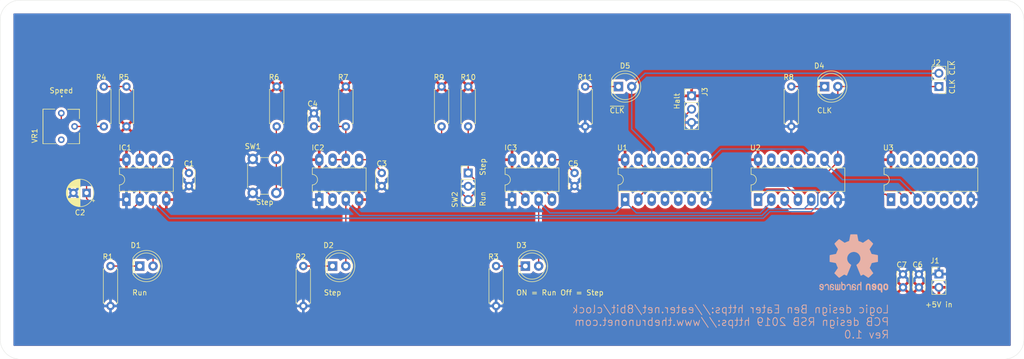
<source format=kicad_pcb>
(kicad_pcb (version 20171130) (host pcbnew "(5.1.4)-1")
  (layers (0 F.Cu signal) (31 B.Cu signal) (34 B.Paste user) (35 F.Paste user) (36 B.SilkS user) (37 F.SilkS user) (38 B.Mask user) (39 F.Mask user) (44 Edge.Cuts user))
  (net 0 "")
  (net 1 "Net-(C1-Pad1)")
  (net 2 GND)
  (net 3 "Net-(C2-Pad1)")
  (net 4 "Net-(C3-Pad1)")
  (net 5 "Net-(C4-Pad1)")
  (net 6 "Net-(C5-Pad1)")
  (net 7 +5V)
  (net 8 U1-Q)
  (net 9 "Net-(D1-Pad1)")
  (net 10 "Net-(D2-Pad1)")
  (net 11 U2-Q)
  (net 12 U3-Q)
  (net 13 "Net-(D3-Pad1)")
  (net 14 "Net-(D4-Pad1)")
  (net 15 CLK)
  (net 16 "Net-(IC1-Pad7)")
  (net 17 "Net-(IC2-Pad2)")
  (net 18 "Net-(IC3-Pad2)")
  (net 19 "Net-(IC3-Pad7)")
  (net 20 "Net-(IC3-Pad4)")
  (net 21 "Net-(R4-Pad2)")
  (net 22 "Net-(U1-Pad8)")
  (net 23 "Net-(U1-Pad2)")
  (net 24 INVCLK)
  (net 25 "Net-(U2-Pad9)")
  (net 26 "Net-(U2-Pad3)")
  (net 27 "Net-(U2-Pad6)")
  (net 28 "Net-(J3-Pad2)")
  (net 29 "Net-(VR1-Pad3)")
  (net 30 "Net-(D5-Pad1)")
  (module Symbol:OSHW-Logo2_14.6x12mm_SilkScreen (layer B.Cu) (at 203.708 116.332 180)
    (fp_text reference REF** hide)
    (fp_text value OSHW-Logo2_14.6x12mm_SilkScreen hide)
  )
  (module Connector_PinHeader_2.54mm:PinHeader_1x02_P2.54mm_Vertical (layer F.Cu) (at 219.964 82.55 180)
    (fp_text reference J2 (at 0.508 4.572) (layer F.SilkS))
    (fp_text value "CLK ~CLK" (at -2.54 1.778 90) (layer F.SilkS))
    (pad 1 thru_hole rect (at 0 0 180) (size 1.7 1.7) (drill 1) (layers *.Cu *.Mask) (net 15 CLK))
    (pad 2 thru_hole oval (at 0 2.54 180) (size 1.7 1.7) (drill 1) (layers *.Cu *.Mask) (net 24 INVCLK))
  )
  (module Package_DIP:DIP-14_W7.62mm_LongPads (layer F.Cu) (at 185.42 104.14 90)
    (fp_text reference U2 (at 9.906 -0.508 180) (layer F.SilkS))
    (fp_text value 74LS08)
    (pad 1 thru_hole rect (at 0 0 90) (size 2.4 1.6) (drill 0.8) (layers *.Cu *.Mask) (net 8 U1-Q))
    (pad 8 thru_hole oval (at 7.62 15.24 90) (size 2.4 1.6) (drill 0.8) (layers *.Cu *.Mask) (net 15 CLK))
    (pad 2 thru_hole oval (at 0 2.54 90) (size 2.4 1.6) (drill 0.8) (layers *.Cu *.Mask) (net 12 U3-Q))
    (pad 9 thru_hole oval (at 7.62 12.7 90) (size 2.4 1.6) (drill 0.8) (layers *.Cu *.Mask) (net 25 "Net-(U2-Pad9)"))
    (pad 3 thru_hole oval (at 0 5.08 90) (size 2.4 1.6) (drill 0.8) (layers *.Cu *.Mask) (net 26 "Net-(U2-Pad3)"))
    (pad 10 thru_hole oval (at 7.62 10.16 90) (size 2.4 1.6) (drill 0.8) (layers *.Cu *.Mask) (net 22 "Net-(U1-Pad8)"))
    (pad 4 thru_hole oval (at 0 7.62 90) (size 2.4 1.6) (drill 0.8) (layers *.Cu *.Mask) (net 23 "Net-(U1-Pad2)"))
    (pad 11 thru_hole oval (at 7.62 7.62 90) (size 2.4 1.6) (drill 0.8) (layers *.Cu *.Mask))
    (pad 5 thru_hole oval (at 0 10.16 90) (size 2.4 1.6) (drill 0.8) (layers *.Cu *.Mask) (net 11 U2-Q))
    (pad 12 thru_hole oval (at 7.62 5.08 90) (size 2.4 1.6) (drill 0.8) (layers *.Cu *.Mask))
    (pad 6 thru_hole oval (at 0 12.7 90) (size 2.4 1.6) (drill 0.8) (layers *.Cu *.Mask) (net 27 "Net-(U2-Pad6)"))
    (pad 13 thru_hole oval (at 7.62 2.54 90) (size 2.4 1.6) (drill 0.8) (layers *.Cu *.Mask))
    (pad 7 thru_hole oval (at 0 15.24 90) (size 2.4 1.6) (drill 0.8) (layers *.Cu *.Mask) (net 2 GND))
    (pad 14 thru_hole oval (at 7.62 0 90) (size 2.4 1.6) (drill 0.8) (layers *.Cu *.Mask) (net 7 +5V))
  )
  (module Capacitor_THT:C_Disc_D3.4mm_W2.1mm_P2.50mm (layer F.Cu) (at 76.708 99.06 270)
    (fp_text reference C1 (at -1.778 0 180) (layer F.SilkS))
    (fp_text value .01uF)
    (pad 1 thru_hole circle (at 0 0 270) (size 1.6 1.6) (drill 0.8) (layers *.Cu *.Mask) (net 1 "Net-(C1-Pad1)"))
    (pad 2 thru_hole circle (at 2.5 0 270) (size 1.6 1.6) (drill 0.8) (layers *.Cu *.Mask) (net 2 GND))
  )
  (module Capacitor_THT:CP_Radial_D5.0mm_P2.50mm (layer F.Cu) (at 57.15 102.87 180)
    (fp_text reference C2 (at 1.25 -3.75) (layer F.SilkS))
    (fp_text value 1uF)
    (pad 1 thru_hole rect (at 0 0 180) (size 1.6 1.6) (drill 0.8) (layers *.Cu *.Mask) (net 3 "Net-(C2-Pad1)"))
    (pad 2 thru_hole circle (at 2.5 0 180) (size 1.6 1.6) (drill 0.8) (layers *.Cu *.Mask) (net 2 GND))
  )
  (module Capacitor_THT:C_Disc_D3.4mm_W2.1mm_P2.50mm (layer F.Cu) (at 100.584 90.17 90)
    (fp_text reference C4 (at 4.318 -0.254 180) (layer F.SilkS))
    (fp_text value .1uF)
    (pad 2 thru_hole circle (at 2.5 0 90) (size 1.6 1.6) (drill 0.8) (layers *.Cu *.Mask) (net 2 GND))
    (pad 1 thru_hole circle (at 0 0 90) (size 1.6 1.6) (drill 0.8) (layers *.Cu *.Mask) (net 5 "Net-(C4-Pad1)"))
  )
  (module Capacitor_THT:C_Disc_D3.4mm_W2.1mm_P2.50mm (layer F.Cu) (at 150.368 99.06 270)
    (fp_text reference C5 (at -1.778 0.254) (layer F.SilkS))
    (fp_text value .01uF)
    (pad 1 thru_hole circle (at 0 0 270) (size 1.6 1.6) (drill 0.8) (layers *.Cu *.Mask) (net 6 "Net-(C5-Pad1)"))
    (pad 2 thru_hole circle (at 2.5 0 270) (size 1.6 1.6) (drill 0.8) (layers *.Cu *.Mask) (net 2 GND))
  )
  (module Capacitor_THT:C_Disc_D3.4mm_W2.1mm_P2.50mm (layer F.Cu) (at 216.154 120.904 90)
    (fp_text reference C6 (at 4.318 -0.254 180) (layer F.SilkS))
    (fp_text value .1uF)
    (pad 1 thru_hole circle (at 0 0 90) (size 1.6 1.6) (drill 0.8) (layers *.Cu *.Mask) (net 7 +5V))
    (pad 2 thru_hole circle (at 2.5 0 90) (size 1.6 1.6) (drill 0.8) (layers *.Cu *.Mask) (net 2 GND))
  )
  (module Capacitor_THT:C_Disc_D3.4mm_W2.1mm_P2.50mm (layer F.Cu) (at 213.106 120.904 90)
    (fp_text reference C7 (at 4.318 -0.254 180) (layer F.SilkS))
    (fp_text value .1uF)
    (pad 2 thru_hole circle (at 2.5 0 90) (size 1.6 1.6) (drill 0.8) (layers *.Cu *.Mask) (net 2 GND))
    (pad 1 thru_hole circle (at 0 0 90) (size 1.6 1.6) (drill 0.8) (layers *.Cu *.Mask) (net 7 +5V))
  )
  (module LED_THT:LED_D5.0mm (layer F.Cu) (at 67.31 116.84)
    (fp_text reference D1 (at -0.762 -3.96) (layer F.SilkS))
    (fp_text value Run (at 0 5.08) (layer F.SilkS))
    (pad 2 thru_hole circle (at 2.54 0) (size 1.8 1.8) (drill 0.9) (layers *.Cu *.Mask) (net 8 U1-Q))
    (pad 1 thru_hole rect (at 0 0) (size 1.8 1.8) (drill 0.9) (layers *.Cu *.Mask) (net 9 "Net-(D1-Pad1)"))
  )
  (module LED_THT:LED_D5.0mm (layer F.Cu) (at 104.14 116.84)
    (fp_text reference D2 (at -0.762 -3.96) (layer F.SilkS))
    (fp_text value Step (at 0 5.08) (layer F.SilkS))
    (pad 1 thru_hole rect (at 0 0) (size 1.8 1.8) (drill 0.9) (layers *.Cu *.Mask) (net 10 "Net-(D2-Pad1)"))
    (pad 2 thru_hole circle (at 2.54 0) (size 1.8 1.8) (drill 0.9) (layers *.Cu *.Mask) (net 11 U2-Q))
  )
  (module LED_THT:LED_D5.0mm (layer F.Cu) (at 140.97 116.84)
    (fp_text reference D3 (at -0.762 -3.96) (layer F.SilkS))
    (fp_text value "ON = Run Off = Step" (at 6.604 5.08) (layer F.SilkS))
    (pad 2 thru_hole circle (at 2.54 0) (size 1.8 1.8) (drill 0.9) (layers *.Cu *.Mask) (net 12 U3-Q))
    (pad 1 thru_hole rect (at 0 0) (size 1.8 1.8) (drill 0.9) (layers *.Cu *.Mask) (net 13 "Net-(D3-Pad1)"))
  )
  (module LED_THT:LED_D5.0mm (layer F.Cu) (at 198.12 82.55)
    (fp_text reference D4 (at -1.016 -3.96) (layer F.SilkS))
    (fp_text value CLK (at 0 4.572) (layer F.SilkS))
    (pad 1 thru_hole rect (at 0 0) (size 1.8 1.8) (drill 0.9) (layers *.Cu *.Mask) (net 14 "Net-(D4-Pad1)"))
    (pad 2 thru_hole circle (at 2.54 0) (size 1.8 1.8) (drill 0.9) (layers *.Cu *.Mask) (net 15 CLK))
  )
  (module Resistor_THT:R_Axial_DIN0207_L6.3mm_D2.5mm_P7.62mm_Horizontal (layer F.Cu) (at 61.722 116.84 270)
    (fp_text reference R1 (at -1.778 0.508 180) (layer F.SilkS))
    (fp_text value 240R)
    (pad 2 thru_hole oval (at 7.62 0 270) (size 1.6 1.6) (drill 0.8) (layers *.Cu *.Mask) (net 2 GND))
    (pad 1 thru_hole circle (at 0 0 270) (size 1.6 1.6) (drill 0.8) (layers *.Cu *.Mask) (net 9 "Net-(D1-Pad1)"))
  )
  (module Resistor_THT:R_Axial_DIN0207_L6.3mm_D2.5mm_P7.62mm_Horizontal (layer F.Cu) (at 98.552 116.84 270)
    (fp_text reference R2 (at -1.778 0.508 180) (layer F.SilkS))
    (fp_text value 240R)
    (pad 1 thru_hole circle (at 0 0 270) (size 1.6 1.6) (drill 0.8) (layers *.Cu *.Mask) (net 10 "Net-(D2-Pad1)"))
    (pad 2 thru_hole oval (at 7.62 0 270) (size 1.6 1.6) (drill 0.8) (layers *.Cu *.Mask) (net 2 GND))
  )
  (module Resistor_THT:R_Axial_DIN0207_L6.3mm_D2.5mm_P7.62mm_Horizontal (layer F.Cu) (at 135.382 116.84 270)
    (fp_text reference R3 (at -1.778 0.508 180) (layer F.SilkS))
    (fp_text value 240R)
    (pad 2 thru_hole oval (at 7.62 0 270) (size 1.6 1.6) (drill 0.8) (layers *.Cu *.Mask) (net 2 GND))
    (pad 1 thru_hole circle (at 0 0 270) (size 1.6 1.6) (drill 0.8) (layers *.Cu *.Mask) (net 13 "Net-(D3-Pad1)"))
  )
  (module Resistor_THT:R_Axial_DIN0207_L6.3mm_D2.5mm_P7.62mm_Horizontal (layer F.Cu) (at 60.452 82.55 270)
    (fp_text reference R4 (at -1.778 0.508 180) (layer F.SilkS))
    (fp_text value 1K)
    (pad 1 thru_hole circle (at 0 0 270) (size 1.6 1.6) (drill 0.8) (layers *.Cu *.Mask) (net 16 "Net-(IC1-Pad7)"))
    (pad 2 thru_hole oval (at 7.62 0 270) (size 1.6 1.6) (drill 0.8) (layers *.Cu *.Mask) (net 21 "Net-(R4-Pad2)"))
  )
  (module Resistor_THT:R_Axial_DIN0207_L6.3mm_D2.5mm_P7.62mm_Horizontal (layer F.Cu) (at 64.77 90.17 90)
    (fp_text reference R5 (at 9.398 -0.508 180) (layer F.SilkS))
    (fp_text value 1K)
    (pad 2 thru_hole oval (at 7.62 0 90) (size 1.6 1.6) (drill 0.8) (layers *.Cu *.Mask) (net 16 "Net-(IC1-Pad7)"))
    (pad 1 thru_hole circle (at 0 0 90) (size 1.6 1.6) (drill 0.8) (layers *.Cu *.Mask) (net 7 +5V))
  )
  (module Resistor_THT:R_Axial_DIN0207_L6.3mm_D2.5mm_P7.62mm_Horizontal (layer F.Cu) (at 93.472 82.55 270)
    (fp_text reference R6 (at -1.778 0.508 180) (layer F.SilkS))
    (fp_text value 1K)
    (pad 1 thru_hole circle (at 0 0 270) (size 1.6 1.6) (drill 0.8) (layers *.Cu *.Mask) (net 7 +5V))
    (pad 2 thru_hole oval (at 7.62 0 270) (size 1.6 1.6) (drill 0.8) (layers *.Cu *.Mask) (net 17 "Net-(IC2-Pad2)"))
  )
  (module Resistor_THT:R_Axial_DIN0207_L6.3mm_D2.5mm_P7.62mm_Horizontal (layer F.Cu) (at 106.68 82.55 270)
    (fp_text reference R7 (at -1.778 0.508) (layer F.SilkS))
    (fp_text value 1M)
    (pad 1 thru_hole circle (at 0 0 270) (size 1.6 1.6) (drill 0.8) (layers *.Cu *.Mask) (net 7 +5V))
    (pad 2 thru_hole oval (at 7.62 0 270) (size 1.6 1.6) (drill 0.8) (layers *.Cu *.Mask) (net 5 "Net-(C4-Pad1)"))
  )
  (module Resistor_THT:R_Axial_DIN0207_L6.3mm_D2.5mm_P7.62mm_Horizontal (layer F.Cu) (at 191.77 82.55 270)
    (fp_text reference R8 (at -1.778 0.508 180) (layer F.SilkS))
    (fp_text value 240R)
    (pad 2 thru_hole oval (at 7.62 0 270) (size 1.6 1.6) (drill 0.8) (layers *.Cu *.Mask) (net 2 GND))
    (pad 1 thru_hole circle (at 0 0 270) (size 1.6 1.6) (drill 0.8) (layers *.Cu *.Mask) (net 14 "Net-(D4-Pad1)"))
  )
  (module Resistor_THT:R_Axial_DIN0207_L6.3mm_D2.5mm_P7.62mm_Horizontal (layer F.Cu) (at 124.968 82.55 270)
    (fp_text reference R9 (at -1.778 0.508 180) (layer F.SilkS))
    (fp_text value 1k)
    (pad 1 thru_hole circle (at 0 0 270) (size 1.6 1.6) (drill 0.8) (layers *.Cu *.Mask) (net 7 +5V))
    (pad 2 thru_hole oval (at 7.62 0 270) (size 1.6 1.6) (drill 0.8) (layers *.Cu *.Mask) (net 18 "Net-(IC3-Pad2)"))
  )
  (module Resistor_THT:R_Axial_DIN0207_L6.3mm_D2.5mm_P7.62mm_Horizontal (layer F.Cu) (at 130.048 82.55 270)
    (fp_text reference R10 (at -1.778 0 180) (layer F.SilkS))
    (fp_text value 1k)
    (pad 2 thru_hole oval (at 7.62 0 270) (size 1.6 1.6) (drill 0.8) (layers *.Cu *.Mask) (net 20 "Net-(IC3-Pad4)"))
    (pad 1 thru_hole circle (at 0 0 270) (size 1.6 1.6) (drill 0.8) (layers *.Cu *.Mask) (net 7 +5V))
  )
  (module Button_Switch_THT:SW_PUSH_6mm_H4.3mm (layer F.Cu) (at 88.9 102.87 90)
    (fp_text reference SW1 (at 8.89 0 180) (layer F.SilkS))
    (fp_text value Step (at -1.778 2.286 180) (layer F.SilkS))
    (pad 2 thru_hole circle (at 0 4.5 180) (size 2 2) (drill 1.1) (layers *.Cu *.Mask) (net 17 "Net-(IC2-Pad2)"))
    (pad 1 thru_hole circle (at 0 0 180) (size 2 2) (drill 1.1) (layers *.Cu *.Mask) (net 2 GND))
    (pad 2 thru_hole circle (at 6.5 4.5 180) (size 2 2) (drill 1.1) (layers *.Cu *.Mask) (net 17 "Net-(IC2-Pad2)"))
    (pad 1 thru_hole circle (at 6.5 0 180) (size 2 2) (drill 1.1) (layers *.Cu *.Mask) (net 2 GND))
  )
  (module Package_DIP:DIP-14_W7.62mm_LongPads (layer F.Cu) (at 160.02 104.14 90)
    (fp_text reference U1 (at 9.906 -0.508 180) (layer F.SilkS))
    (fp_text value 74LS04)
    (pad 1 thru_hole rect (at 0 0 90) (size 2.4 1.6) (drill 0.8) (layers *.Cu *.Mask) (net 12 U3-Q))
    (pad 8 thru_hole oval (at 7.62 15.24 90) (size 2.4 1.6) (drill 0.8) (layers *.Cu *.Mask) (net 22 "Net-(U1-Pad8)"))
    (pad 2 thru_hole oval (at 0 2.54 90) (size 2.4 1.6) (drill 0.8) (layers *.Cu *.Mask) (net 23 "Net-(U1-Pad2)"))
    (pad 9 thru_hole oval (at 7.62 12.7 90) (size 2.4 1.6) (drill 0.8) (layers *.Cu *.Mask) (net 28 "Net-(J3-Pad2)"))
    (pad 3 thru_hole oval (at 0 5.08 90) (size 2.4 1.6) (drill 0.8) (layers *.Cu *.Mask))
    (pad 10 thru_hole oval (at 7.62 10.16 90) (size 2.4 1.6) (drill 0.8) (layers *.Cu *.Mask))
    (pad 4 thru_hole oval (at 0 7.62 90) (size 2.4 1.6) (drill 0.8) (layers *.Cu *.Mask))
    (pad 11 thru_hole oval (at 7.62 7.62 90) (size 2.4 1.6) (drill 0.8) (layers *.Cu *.Mask))
    (pad 5 thru_hole oval (at 0 10.16 90) (size 2.4 1.6) (drill 0.8) (layers *.Cu *.Mask))
    (pad 12 thru_hole oval (at 7.62 5.08 90) (size 2.4 1.6) (drill 0.8) (layers *.Cu *.Mask) (net 24 INVCLK))
    (pad 6 thru_hole oval (at 0 12.7 90) (size 2.4 1.6) (drill 0.8) (layers *.Cu *.Mask))
    (pad 13 thru_hole oval (at 7.62 2.54 90) (size 2.4 1.6) (drill 0.8) (layers *.Cu *.Mask) (net 15 CLK))
    (pad 7 thru_hole oval (at 0 15.24 90) (size 2.4 1.6) (drill 0.8) (layers *.Cu *.Mask) (net 2 GND))
    (pad 14 thru_hole oval (at 7.62 0 90) (size 2.4 1.6) (drill 0.8) (layers *.Cu *.Mask) (net 7 +5V))
  )
  (module Package_DIP:DIP-14_W7.62mm_LongPads (layer F.Cu) (at 210.82 104.14 90)
    (fp_text reference U3 (at 9.906 -0.508 180) (layer F.SilkS))
    (fp_text value 74LS32)
    (pad 14 thru_hole oval (at 7.62 0 90) (size 2.4 1.6) (drill 0.8) (layers *.Cu *.Mask) (net 7 +5V))
    (pad 7 thru_hole oval (at 0 15.24 90) (size 2.4 1.6) (drill 0.8) (layers *.Cu *.Mask) (net 2 GND))
    (pad 13 thru_hole oval (at 7.62 2.54 90) (size 2.4 1.6) (drill 0.8) (layers *.Cu *.Mask))
    (pad 6 thru_hole oval (at 0 12.7 90) (size 2.4 1.6) (drill 0.8) (layers *.Cu *.Mask))
    (pad 12 thru_hole oval (at 7.62 5.08 90) (size 2.4 1.6) (drill 0.8) (layers *.Cu *.Mask))
    (pad 5 thru_hole oval (at 0 10.16 90) (size 2.4 1.6) (drill 0.8) (layers *.Cu *.Mask))
    (pad 11 thru_hole oval (at 7.62 7.62 90) (size 2.4 1.6) (drill 0.8) (layers *.Cu *.Mask))
    (pad 4 thru_hole oval (at 0 7.62 90) (size 2.4 1.6) (drill 0.8) (layers *.Cu *.Mask))
    (pad 10 thru_hole oval (at 7.62 10.16 90) (size 2.4 1.6) (drill 0.8) (layers *.Cu *.Mask))
    (pad 3 thru_hole oval (at 0 5.08 90) (size 2.4 1.6) (drill 0.8) (layers *.Cu *.Mask) (net 25 "Net-(U2-Pad9)"))
    (pad 9 thru_hole oval (at 7.62 12.7 90) (size 2.4 1.6) (drill 0.8) (layers *.Cu *.Mask))
    (pad 2 thru_hole oval (at 0 2.54 90) (size 2.4 1.6) (drill 0.8) (layers *.Cu *.Mask) (net 27 "Net-(U2-Pad6)"))
    (pad 8 thru_hole oval (at 7.62 15.24 90) (size 2.4 1.6) (drill 0.8) (layers *.Cu *.Mask))
    (pad 1 thru_hole rect (at 0 0 90) (size 2.4 1.6) (drill 0.8) (layers *.Cu *.Mask) (net 26 "Net-(U2-Pad3)"))
  )
  (module Connector_PinHeader_2.54mm:PinHeader_1x03_P2.54mm_Vertical (layer F.Cu) (at 172.72 84.328)
    (fp_text reference J3 (at 2.54 -0.762 270) (layer F.SilkS))
    (fp_text value Halt (at -2.794 1.016 270) (layer F.SilkS))
    (pad 1 thru_hole rect (at 0 0) (size 1.7 1.7) (drill 1) (layers *.Cu *.Mask) (net 7 +5V))
    (pad 2 thru_hole oval (at 0 2.54) (size 1.7 1.7) (drill 1) (layers *.Cu *.Mask) (net 28 "Net-(J3-Pad2)"))
    (pad 3 thru_hole oval (at 0 5.08) (size 1.7 1.7) (drill 1) (layers *.Cu *.Mask) (net 2 GND))
  )
  (module Connector_PinHeader_2.54mm:PinHeader_1x02_P2.54mm_Vertical (layer F.Cu) (at 219.964 118.364)
    (fp_text reference J1 (at -0.762 -2.54) (layer F.SilkS))
    (fp_text value "+5V in" (at 0 5.842) (layer F.SilkS))
    (pad 2 thru_hole oval (at 0 2.54) (size 1.7 1.7) (drill 1) (layers *.Cu *.Mask) (net 7 +5V))
    (pad 1 thru_hole rect (at 0 0) (size 1.7 1.7) (drill 1) (layers *.Cu *.Mask) (net 2 GND))
  )
  (module Connector_PinHeader_2.54mm:PinHeader_1x03_P2.54mm_Vertical (layer F.Cu) (at 130.048 99.06)
    (fp_text reference SW2 (at -2.54 5.08 270) (layer F.SilkS))
    (fp_text value "Run    Step" (at 2.794 1.778 270) (layer F.SilkS))
    (pad 1 thru_hole rect (at 0 0) (size 1.7 1.7) (drill 1) (layers *.Cu *.Mask) (net 20 "Net-(IC3-Pad4)"))
    (pad 2 thru_hole oval (at 0 2.54) (size 1.7 1.7) (drill 1) (layers *.Cu *.Mask) (net 2 GND))
    (pad 3 thru_hole oval (at 0 5.08) (size 1.7 1.7) (drill 1) (layers *.Cu *.Mask) (net 18 "Net-(IC3-Pad2)"))
  )
  (module SamacSys_Parts:3362P1105TLF (layer F.Cu) (at 52.324 87.63 270)
    (fp_text reference VR1 (at 4.318 5.08 90) (layer F.SilkS))
    (fp_text value Speed (at -4.318 0 180) (layer F.SilkS))
    (pad 1 thru_hole circle (at 0 0 270) (size 1.265 1.265) (drill 0.69) (layers *.Cu *.Mask) (net 3 "Net-(C2-Pad1)"))
    (pad 2 thru_hole circle (at 2.54 -2.54 270) (size 1.265 1.265) (drill 0.69) (layers *.Cu *.Mask) (net 21 "Net-(R4-Pad2)"))
    (pad 3 thru_hole circle (at 5.08 0 270) (size 1.265 1.265) (drill 0.69) (layers *.Cu *.Mask) (net 29 "Net-(VR1-Pad3)"))
  )
  (module Package_DIP:DIP-8_W7.62mm_LongPads (layer F.Cu) (at 64.77 104.14 90)
    (fp_text reference IC1 (at 9.906 -0.254 180) (layer F.SilkS))
    (fp_text value NE555)
    (pad 1 thru_hole rect (at 0 0 90) (size 2.4 1.6) (drill 0.8) (layers *.Cu *.Mask) (net 2 GND))
    (pad 5 thru_hole oval (at 7.62 7.62 90) (size 2.4 1.6) (drill 0.8) (layers *.Cu *.Mask) (net 1 "Net-(C1-Pad1)"))
    (pad 2 thru_hole oval (at 0 2.54 90) (size 2.4 1.6) (drill 0.8) (layers *.Cu *.Mask) (net 3 "Net-(C2-Pad1)"))
    (pad 6 thru_hole oval (at 7.62 5.08 90) (size 2.4 1.6) (drill 0.8) (layers *.Cu *.Mask) (net 3 "Net-(C2-Pad1)"))
    (pad 3 thru_hole oval (at 0 5.08 90) (size 2.4 1.6) (drill 0.8) (layers *.Cu *.Mask) (net 8 U1-Q))
    (pad 7 thru_hole oval (at 7.62 2.54 90) (size 2.4 1.6) (drill 0.8) (layers *.Cu *.Mask) (net 16 "Net-(IC1-Pad7)"))
    (pad 4 thru_hole oval (at 0 7.62 90) (size 2.4 1.6) (drill 0.8) (layers *.Cu *.Mask) (net 7 +5V))
    (pad 8 thru_hole oval (at 7.62 0 90) (size 2.4 1.6) (drill 0.8) (layers *.Cu *.Mask) (net 7 +5V))
  )
  (module Package_DIP:DIP-8_W7.62mm_LongPads (layer F.Cu) (at 101.6 104.14 90)
    (fp_text reference IC2 (at 9.906 -0.254 180) (layer F.SilkS))
    (fp_text value NE555)
    (pad 8 thru_hole oval (at 7.62 0 90) (size 2.4 1.6) (drill 0.8) (layers *.Cu *.Mask) (net 7 +5V))
    (pad 4 thru_hole oval (at 0 7.62 90) (size 2.4 1.6) (drill 0.8) (layers *.Cu *.Mask) (net 7 +5V))
    (pad 7 thru_hole oval (at 7.62 2.54 90) (size 2.4 1.6) (drill 0.8) (layers *.Cu *.Mask) (net 5 "Net-(C4-Pad1)"))
    (pad 3 thru_hole oval (at 0 5.08 90) (size 2.4 1.6) (drill 0.8) (layers *.Cu *.Mask) (net 11 U2-Q))
    (pad 6 thru_hole oval (at 7.62 5.08 90) (size 2.4 1.6) (drill 0.8) (layers *.Cu *.Mask) (net 5 "Net-(C4-Pad1)"))
    (pad 2 thru_hole oval (at 0 2.54 90) (size 2.4 1.6) (drill 0.8) (layers *.Cu *.Mask) (net 17 "Net-(IC2-Pad2)"))
    (pad 5 thru_hole oval (at 7.62 7.62 90) (size 2.4 1.6) (drill 0.8) (layers *.Cu *.Mask) (net 4 "Net-(C3-Pad1)"))
    (pad 1 thru_hole rect (at 0 0 90) (size 2.4 1.6) (drill 0.8) (layers *.Cu *.Mask) (net 2 GND))
  )
  (module Package_DIP:DIP-8_W7.62mm_LongPads (layer F.Cu) (at 138.43 104.14 90)
    (fp_text reference IC3 (at 9.906 -0.254 180) (layer F.SilkS))
    (fp_text value NE555)
    (pad 1 thru_hole rect (at 0 0 90) (size 2.4 1.6) (drill 0.8) (layers *.Cu *.Mask) (net 2 GND))
    (pad 5 thru_hole oval (at 7.62 7.62 90) (size 2.4 1.6) (drill 0.8) (layers *.Cu *.Mask) (net 6 "Net-(C5-Pad1)"))
    (pad 2 thru_hole oval (at 0 2.54 90) (size 2.4 1.6) (drill 0.8) (layers *.Cu *.Mask) (net 18 "Net-(IC3-Pad2)"))
    (pad 6 thru_hole oval (at 7.62 5.08 90) (size 2.4 1.6) (drill 0.8) (layers *.Cu *.Mask) (net 2 GND))
    (pad 3 thru_hole oval (at 0 5.08 90) (size 2.4 1.6) (drill 0.8) (layers *.Cu *.Mask) (net 12 U3-Q))
    (pad 7 thru_hole oval (at 7.62 2.54 90) (size 2.4 1.6) (drill 0.8) (layers *.Cu *.Mask) (net 19 "Net-(IC3-Pad7)"))
    (pad 4 thru_hole oval (at 0 7.62 90) (size 2.4 1.6) (drill 0.8) (layers *.Cu *.Mask) (net 20 "Net-(IC3-Pad4)"))
    (pad 8 thru_hole oval (at 7.62 0 90) (size 2.4 1.6) (drill 0.8) (layers *.Cu *.Mask) (net 7 +5V))
  )
  (module LED_THT:LED_D5.0mm (layer F.Cu) (at 158.75 82.55)
    (fp_text reference D5 (at 1.27 -3.96) (layer F.SilkS))
    (fp_text value ~CLK (at -0.254 4.572) (layer F.SilkS))
    (pad 1 thru_hole rect (at 0 0) (size 1.8 1.8) (drill 0.9) (layers *.Cu *.Mask) (net 30 "Net-(D5-Pad1)"))
    (pad 2 thru_hole circle (at 2.54 0) (size 1.8 1.8) (drill 0.9) (layers *.Cu *.Mask) (net 24 INVCLK))
  )
  (module Resistor_THT:R_Axial_DIN0207_L6.3mm_D2.5mm_P7.62mm_Horizontal (layer F.Cu) (at 152.4 82.55 270)
    (fp_text reference R11 (at -1.778 0 180) (layer F.SilkS))
    (fp_text value 240R)
    (pad 1 thru_hole circle (at 0 0 270) (size 1.6 1.6) (drill 0.8) (layers *.Cu *.Mask) (net 30 "Net-(D5-Pad1)"))
    (pad 2 thru_hole oval (at 7.62 0 270) (size 1.6 1.6) (drill 0.8) (layers *.Cu *.Mask) (net 2 GND))
  )
  (module Capacitor_THT:C_Disc_D3.4mm_W2.1mm_P2.50mm (layer F.Cu) (at 113.538 99.06 270)
    (fp_text reference C3 (at -1.778 0 180) (layer F.SilkS))
    (fp_text value .01uF)
    (pad 1 thru_hole circle (at 0 0 270) (size 1.6 1.6) (drill 0.8) (layers *.Cu *.Mask) (net 4 "Net-(C3-Pad1)"))
    (pad 2 thru_hole circle (at 2.5 0 270) (size 1.6 1.6) (drill 0.8) (layers *.Cu *.Mask) (net 2 GND))
  )
  (gr_text "Logic design Ben Eater https://eater.net/8bit/clock\nPCB design RSB 2019 https://www.thebrunonet.com\nRev 1.0" (at 210.566 127.508) (layer B.SilkS) (effects (font (size 1.5 1.5)) (justify left mirror)))
  (gr_line (start 44.45 134.62) (end 232.41 134.62) (layer Edge.Cuts) (width 0.05))
  (gr_line (start 40.64 69.85) (end 40.64 130.81) (layer Edge.Cuts) (width 0.05))
  (gr_line (start 236.22 130.81) (end 236.22 69.85) (layer Edge.Cuts) (width 0.05))
  (gr_line (start 44.45 66.04) (end 232.41 66.04) (layer Edge.Cuts) (width 0.05))
  (gr_arc (start 232.41 69.85) (end 236.22 69.85) (angle -90) (layer Edge.Cuts) (width 0.05))
  (gr_arc (start 232.41 130.81) (end 232.41 134.62) (angle -90) (layer Edge.Cuts) (width 0.05))
  (gr_arc (start 44.45 130.81) (end 40.64 130.81) (angle -90) (layer Edge.Cuts) (width 0.05))
  (gr_line (start 40.64 66.04) (end 40.64 66.04) (layer Edge.Cuts) (width 0.05))
  (gr_arc (start 44.45 69.85) (end 44.45 66.04) (angle -90) (layer Edge.Cuts) (width 0.05))
  (segment (start 74.422 96.52) (end 76.962 99.06) (width 0.25) (layer F.Cu) (net 1))
  (segment (start 72.39 96.52) (end 74.422 96.52) (width 0.25) (layer F.Cu) (net 1))
  (segment (start 69.85 96.52) (end 69.85 99.06) (width 0.25) (layer F.Cu) (net 3))
  (segment (start 67.31 101.6) (end 67.31 104.14) (width 0.25) (layer F.Cu) (net 3))
  (segment (start 69.85 99.06) (end 67.31 101.6) (width 0.25) (layer F.Cu) (net 3))
  (segment (start 57.15 102.87) (end 57.15 95.25) (width 0.25) (layer F.Cu) (net 3))
  (segment (start 52.324 90.424) (end 52.324 87.63) (width 0.25) (layer F.Cu) (net 3))
  (segment (start 57.15 95.25) (end 52.324 90.424) (width 0.25) (layer F.Cu) (net 3))
  (segment (start 67.31 104.54) (end 67.31 104.14) (width 0.25) (layer F.Cu) (net 3))
  (segment (start 65.678 106.172) (end 67.31 104.54) (width 0.25) (layer F.Cu) (net 3))
  (segment (start 59.402 106.172) (end 65.678 106.172) (width 0.25) (layer F.Cu) (net 3))
  (segment (start 57.15 102.87) (end 57.15 103.92) (width 0.25) (layer F.Cu) (net 3))
  (segment (start 57.15 103.92) (end 59.402 106.172) (width 0.25) (layer F.Cu) (net 3))
  (segment (start 111.252 96.52) (end 113.792 99.06) (width 0.25) (layer F.Cu) (net 4))
  (segment (start 109.22 96.52) (end 111.252 96.52) (width 0.25) (layer F.Cu) (net 4))
  (segment (start 106.68 96.52) (end 104.14 96.52) (width 0.25) (layer F.Cu) (net 5))
  (segment (start 106.68 96.12) (end 106.68 96.52) (width 0.25) (layer B.Cu) (net 5))
  (segment (start 106.68 91.30137) (end 106.68 96.52) (width 0.25) (layer F.Cu) (net 5))
  (segment (start 106.68 90.17) (end 106.68 91.30137) (width 0.25) (layer F.Cu) (net 5))
  (segment (start 105.54863 90.17) (end 100.584 90.17) (width 0.25) (layer F.Cu) (net 5))
  (segment (start 106.68 90.17) (end 105.54863 90.17) (width 0.25) (layer F.Cu) (net 5))
  (segment (start 147.828 96.52) (end 150.368 99.06) (width 0.25) (layer F.Cu) (net 6))
  (segment (start 146.05 96.52) (end 147.828 96.52) (width 0.25) (layer F.Cu) (net 6))
  (segment (start 69.85 104.14) (end 69.85 104.54) (width 0.25) (layer F.Cu) (net 8))
  (segment (start 69.85 116.84) (end 69.85 104.14) (width 0.25) (layer F.Cu) (net 8))
  (segment (start 196.342 102.362) (end 187.198 102.362) (width 0.25) (layer B.Cu) (net 8))
  (segment (start 196.85 102.87) (end 196.342 102.362) (width 0.25) (layer B.Cu) (net 8))
  (segment (start 196.85 105.156) (end 196.85 102.87) (width 0.25) (layer B.Cu) (net 8))
  (segment (start 69.85 104.54) (end 73.006 107.696) (width 0.25) (layer B.Cu) (net 8))
  (segment (start 69.85 104.14) (end 69.85 104.54) (width 0.25) (layer B.Cu) (net 8))
  (segment (start 73.006 107.696) (end 186.436 107.696) (width 0.25) (layer B.Cu) (net 8))
  (segment (start 186.436 107.696) (end 187.706 106.426) (width 0.25) (layer B.Cu) (net 8))
  (segment (start 187.198 102.362) (end 185.42 104.14) (width 0.25) (layer B.Cu) (net 8))
  (segment (start 187.706 106.426) (end 195.58 106.426) (width 0.25) (layer B.Cu) (net 8))
  (segment (start 195.58 106.426) (end 196.85 105.156) (width 0.25) (layer B.Cu) (net 8))
  (segment (start 66.16 116.84) (end 62.23 116.84) (width 0.25) (layer F.Cu) (net 9))
  (segment (start 67.31 116.84) (end 66.16 116.84) (width 0.25) (layer F.Cu) (net 9))
  (segment (start 104.14 116.84) (end 98.806 116.84) (width 0.25) (layer F.Cu) (net 10))
  (segment (start 106.68 104.54) (end 106.68 104.14) (width 0.25) (layer F.Cu) (net 11))
  (segment (start 195.58 103.74) (end 195.58 104.14) (width 0.25) (layer F.Cu) (net 11))
  (segment (start 106.68 116.84) (end 106.68 104.14) (width 0.25) (layer F.Cu) (net 11))
  (segment (start 195.58 104.54) (end 194.202 105.918) (width 0.25) (layer B.Cu) (net 11))
  (segment (start 195.58 104.14) (end 195.58 104.54) (width 0.25) (layer B.Cu) (net 11))
  (segment (start 194.202 105.918) (end 187.452 105.918) (width 0.25) (layer B.Cu) (net 11))
  (segment (start 106.68 104.54) (end 106.68 104.14) (width 0.25) (layer B.Cu) (net 11))
  (segment (start 186.182 107.188) (end 109.328 107.188) (width 0.25) (layer B.Cu) (net 11))
  (segment (start 187.452 105.918) (end 186.182 107.188) (width 0.25) (layer B.Cu) (net 11))
  (segment (start 109.328 107.188) (end 106.68 104.54) (width 0.25) (layer B.Cu) (net 11))
  (segment (start 187.96 104.54) (end 187.96 104.14) (width 0.25) (layer F.Cu) (net 12))
  (segment (start 160.02 104.14) (end 160.02 104.54) (width 0.25) (layer F.Cu) (net 12))
  (segment (start 160.02 104.54) (end 162.16 106.68) (width 0.25) (layer B.Cu) (net 12))
  (segment (start 160.02 104.14) (end 160.02 104.54) (width 0.25) (layer B.Cu) (net 12))
  (segment (start 187.96 104.54) (end 187.96 104.14) (width 0.25) (layer B.Cu) (net 12))
  (segment (start 185.82 106.68) (end 187.96 104.54) (width 0.25) (layer B.Cu) (net 12))
  (segment (start 162.16 106.68) (end 185.82 106.68) (width 0.25) (layer B.Cu) (net 12))
  (segment (start 143.51 104.54) (end 143.51 104.14) (width 0.25) (layer F.Cu) (net 12))
  (segment (start 160.02 104.885) (end 160.02 104.14) (width 0.25) (layer B.Cu) (net 12))
  (segment (start 158.225 106.68) (end 160.02 104.885) (width 0.25) (layer B.Cu) (net 12))
  (segment (start 145.65 106.68) (end 158.225 106.68) (width 0.25) (layer B.Cu) (net 12))
  (segment (start 143.51 104.14) (end 143.51 104.54) (width 0.25) (layer B.Cu) (net 12))
  (segment (start 143.51 104.54) (end 145.65 106.68) (width 0.25) (layer B.Cu) (net 12))
  (segment (start 143.51 116.84) (end 143.51 104.14) (width 0.25) (layer F.Cu) (net 12))
  (segment (start 139.82 116.84) (end 135.382 116.84) (width 0.25) (layer F.Cu) (net 13))
  (segment (start 140.97 116.84) (end 139.82 116.84) (width 0.25) (layer F.Cu) (net 13))
  (segment (start 198.12 82.55) (end 191.77 82.55) (width 0.25) (layer F.Cu) (net 14))
  (segment (start 200.66 93.98) (end 200.66 96.52) (width 0.25) (layer F.Cu) (net 15))
  (segment (start 200.66 82.55) (end 200.66 93.98) (width 0.25) (layer F.Cu) (net 15))
  (segment (start 200.66 96.12) (end 200.66 96.52) (width 0.25) (layer F.Cu) (net 15))
  (segment (start 200.66 96.92) (end 200.66 96.52) (width 0.25) (layer F.Cu) (net 15))
  (segment (start 198.266 99.314) (end 200.66 96.92) (width 0.25) (layer F.Cu) (net 15))
  (segment (start 164.954 99.314) (end 198.266 99.314) (width 0.25) (layer F.Cu) (net 15))
  (segment (start 162.56 96.52) (end 162.56 96.92) (width 0.25) (layer F.Cu) (net 15))
  (segment (start 162.56 96.92) (end 164.954 99.314) (width 0.25) (layer F.Cu) (net 15))
  (segment (start 218.864 82.55) (end 200.66 82.55) (width 0.25) (layer F.Cu) (net 15))
  (segment (start 219.964 82.55) (end 218.864 82.55) (width 0.25) (layer F.Cu) (net 15))
  (segment (start 67.31 85.09) (end 67.31 96.52) (width 0.25) (layer F.Cu) (net 16))
  (segment (start 64.77 82.55) (end 67.31 85.09) (width 0.25) (layer F.Cu) (net 16))
  (segment (start 63.63863 82.55) (end 60.452 82.55) (width 0.25) (layer F.Cu) (net 16))
  (segment (start 64.77 82.55) (end 63.63863 82.55) (width 0.25) (layer F.Cu) (net 16))
  (segment (start 104.14 103.74) (end 104.14 104.14) (width 0.25) (layer F.Cu) (net 17))
  (segment (start 102.270001 101.870001) (end 104.14 103.74) (width 0.25) (layer F.Cu) (net 17))
  (segment (start 94.399999 101.870001) (end 102.270001 101.870001) (width 0.25) (layer F.Cu) (net 17))
  (segment (start 93.4 102.87) (end 94.399999 101.870001) (width 0.25) (layer F.Cu) (net 17))
  (segment (start 93.4 102.87) (end 93.4 96.37) (width 0.25) (layer F.Cu) (net 17))
  (segment (start 93.4 90.242) (end 93.472 90.17) (width 0.25) (layer F.Cu) (net 17))
  (segment (start 93.4 96.37) (end 93.4 90.242) (width 0.25) (layer F.Cu) (net 17))
  (segment (start 124.968 99.06) (end 130.048 104.14) (width 0.25) (layer F.Cu) (net 18))
  (segment (start 124.968 90.17) (end 124.968 99.06) (width 0.25) (layer F.Cu) (net 18))
  (segment (start 140.97 104.54) (end 140.97 104.14) (width 0.25) (layer F.Cu) (net 18))
  (segment (start 130.897999 103.290001) (end 130.048 104.14) (width 0.25) (layer F.Cu) (net 18))
  (segment (start 132.08 102.108) (end 130.897999 103.290001) (width 0.25) (layer F.Cu) (net 18))
  (segment (start 139.338 102.108) (end 132.08 102.108) (width 0.25) (layer F.Cu) (net 18))
  (segment (start 140.97 104.14) (end 140.97 103.74) (width 0.25) (layer F.Cu) (net 18))
  (segment (start 140.97 103.74) (end 139.338 102.108) (width 0.25) (layer F.Cu) (net 18))
  (segment (start 130.048 99.06) (end 130.048 90.17) (width 0.25) (layer F.Cu) (net 20))
  (segment (start 132.588 101.6) (end 130.048 99.06) (width 0.25) (layer F.Cu) (net 20))
  (segment (start 143.91 101.6) (end 132.588 101.6) (width 0.25) (layer F.Cu) (net 20))
  (segment (start 146.05 104.14) (end 146.05 103.74) (width 0.25) (layer F.Cu) (net 20))
  (segment (start 146.05 103.74) (end 143.91 101.6) (width 0.25) (layer F.Cu) (net 20))
  (segment (start 59.32063 90.17) (end 54.864 90.17) (width 0.25) (layer F.Cu) (net 21))
  (segment (start 60.452 90.17) (end 59.32063 90.17) (width 0.25) (layer F.Cu) (net 21))
  (segment (start 195.58 96.92) (end 195.58 96.52) (width 0.25) (layer B.Cu) (net 22))
  (segment (start 176.31 96.52) (end 175.26 96.52) (width 0.25) (layer B.Cu) (net 22))
  (segment (start 178.342 94.488) (end 176.31 96.52) (width 0.25) (layer B.Cu) (net 22))
  (segment (start 193.948 94.488) (end 178.342 94.488) (width 0.25) (layer B.Cu) (net 22))
  (segment (start 195.58 96.52) (end 195.58 96.12) (width 0.25) (layer B.Cu) (net 22))
  (segment (start 195.58 96.12) (end 193.948 94.488) (width 0.25) (layer B.Cu) (net 22))
  (segment (start 193.04 103.74) (end 193.04 104.14) (width 0.25) (layer B.Cu) (net 23))
  (segment (start 162.56 104.14) (end 162.56 103.74) (width 0.25) (layer B.Cu) (net 23))
  (segment (start 193.04 103.74) (end 193.04 104.14) (width 0.25) (layer F.Cu) (net 23))
  (segment (start 190.646 101.346) (end 193.04 103.74) (width 0.25) (layer F.Cu) (net 23))
  (segment (start 164.954 101.346) (end 190.646 101.346) (width 0.25) (layer F.Cu) (net 23))
  (segment (start 162.56 104.14) (end 162.56 103.74) (width 0.25) (layer F.Cu) (net 23))
  (segment (start 162.56 103.74) (end 164.954 101.346) (width 0.25) (layer F.Cu) (net 23))
  (segment (start 165.1 96.52) (end 165.1 96.12) (width 0.25) (layer B.Cu) (net 24))
  (segment (start 165.1 94.488) (end 165.1 96.52) (width 0.25) (layer B.Cu) (net 24))
  (segment (start 161.29 82.55) (end 161.29 90.678) (width 0.25) (layer B.Cu) (net 24))
  (segment (start 161.29 90.678) (end 165.1 94.488) (width 0.25) (layer B.Cu) (net 24))
  (segment (start 163.83 80.01) (end 161.29 82.55) (width 0.25) (layer B.Cu) (net 24))
  (segment (start 219.964 80.01) (end 163.83 80.01) (width 0.25) (layer B.Cu) (net 24))
  (segment (start 198.12 96.92) (end 201.53 100.33) (width 0.25) (layer B.Cu) (net 25))
  (segment (start 198.12 96.52) (end 198.12 96.92) (width 0.25) (layer F.Cu) (net 25))
  (segment (start 215.9 103.74) (end 215.9 104.14) (width 0.25) (layer F.Cu) (net 25))
  (segment (start 212.49 100.33) (end 215.9 103.74) (width 0.25) (layer B.Cu) (net 25))
  (segment (start 201.53 100.33) (end 212.49 100.33) (width 0.25) (layer B.Cu) (net 25))
  (segment (start 210.82 103.886) (end 210.82 104.14) (width 0.25) (layer F.Cu) (net 26))
  (segment (start 209.804 103.124) (end 210.82 104.14) (width 0.25) (layer F.Cu) (net 26))
  (segment (start 204.724 103.124) (end 209.804 103.124) (width 0.25) (layer F.Cu) (net 26))
  (segment (start 201.93 105.918) (end 204.724 103.124) (width 0.25) (layer F.Cu) (net 26))
  (segment (start 191.878 105.918) (end 201.93 105.918) (width 0.25) (layer F.Cu) (net 26))
  (segment (start 190.5 104.14) (end 190.5 104.54) (width 0.25) (layer F.Cu) (net 26))
  (segment (start 190.5 104.54) (end 191.878 105.918) (width 0.25) (layer F.Cu) (net 26))
  (segment (start 198.12 104.14) (end 198.12 104.54) (width 0.25) (layer F.Cu) (net 27))
  (segment (start 213.36 103.74) (end 213.36 104.14) (width 0.25) (layer F.Cu) (net 27))
  (segment (start 212.03999 102.41999) (end 213.36 103.74) (width 0.25) (layer F.Cu) (net 27))
  (segment (start 200.389006 102.41999) (end 212.03999 102.41999) (width 0.25) (layer F.Cu) (net 27))
  (segment (start 198.668996 104.14) (end 200.389006 102.41999) (width 0.25) (layer F.Cu) (net 27))
  (segment (start 198.12 104.14) (end 198.668996 104.14) (width 0.25) (layer F.Cu) (net 27))
  (segment (start 171.870001 87.717999) (end 172.72 86.868) (width 0.25) (layer F.Cu) (net 28))
  (segment (start 171.45 88.138) (end 171.870001 87.717999) (width 0.25) (layer F.Cu) (net 28))
  (segment (start 171.45 94.85) (end 171.45 88.138) (width 0.25) (layer F.Cu) (net 28))
  (segment (start 172.72 96.52) (end 172.72 96.12) (width 0.25) (layer F.Cu) (net 28))
  (segment (start 172.72 96.12) (end 171.45 94.85) (width 0.25) (layer F.Cu) (net 28))
  (segment (start 158.75 82.55) (end 152.4 82.55) (width 0.25) (layer F.Cu) (net 30))
  (zone (net 7) (net_name +5V) (layer F.Cu) (connect_pads (clearance 0.508)) (min_thickness 0.254) (fill yes (arc_segments 32) (thermal_gap 0.508) (thermal_bridge_width 0.508) (smoothing fillet))
    (polygon (pts (xy 43.18 68.58) (xy 138.43 68.58) (xy 233.68 68.58) (xy 233.68 132.08) (xy 43.18 132.08)))
  )
  (zone (net 2) (net_name GND) (layer B.Cu) (connect_pads (clearance 0.508)) (min_thickness 0.254) (fill yes (arc_segments 32) (thermal_gap 0.508) (thermal_bridge_width 0.508))
    (polygon (pts (xy 43.18 68.58) (xy 233.68 68.58) (xy 233.68 132.08) (xy 43.18 132.08)))
  )
)
</source>
